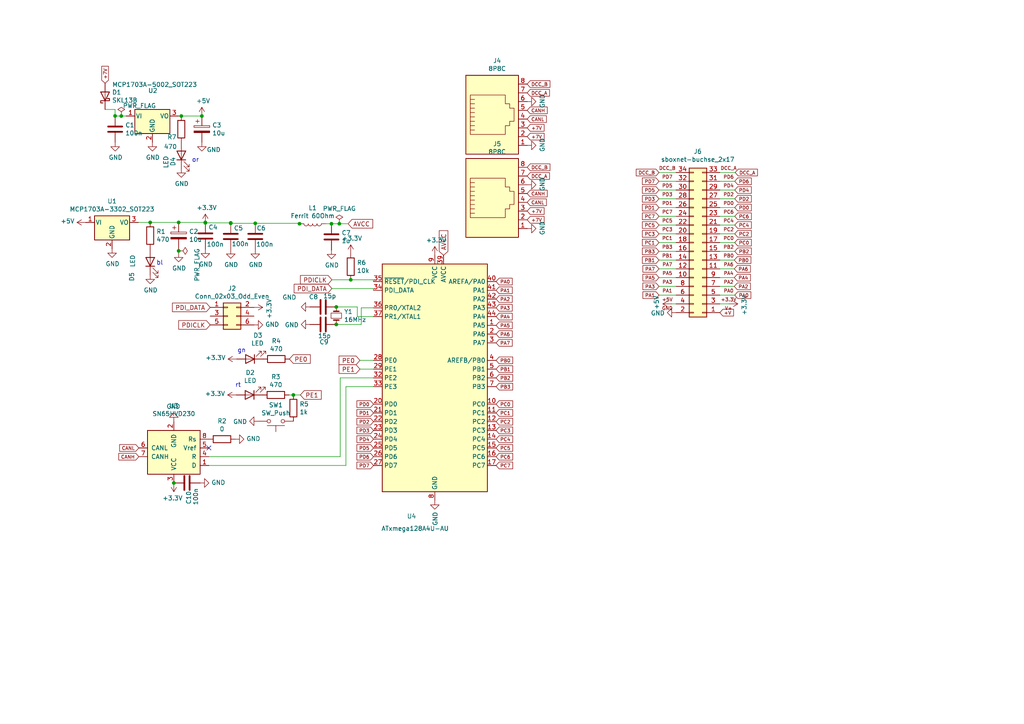
<source format=kicad_sch>
(kicad_sch (version 20211123) (generator eeschema)
  (paper "A4")
  (lib_symbols
    (symbol "Connector:8P8C" (pin_names (offset 1.016))
      (property "Reference" "J" (at -5.08 13.97 0))
      (property "Value" "8P8C" (at 2.54 13.97 0))
      (symbol "8P8C_1_1"
        (pin passive line (at 10.16 -7.62 180) (length 2.54) (name "~") (number "1"))
        (pin passive line (at 10.16 -5.08 180) (length 2.54) (name "~") (number "2"))
        (pin passive line (at 10.16 -2.54 180) (length 2.54) (name "~") (number "3"))
        (pin passive line (at 10.16 0 180) (length 2.54) (name "~") (number "4"))
        (pin passive line (at 10.16 2.54 180) (length 2.54) (name "~") (number "5"))
        (pin passive line (at 10.16 5.08 180) (length 2.54) (name "~") (number "6"))
        (pin passive line (at 10.16 7.62 180) (length 2.54) (name "~") (number "7"))
        (pin passive line (at 10.16 10.16 180) (length 2.54) (name "~") (number "8"))
      )
    )
    (symbol "Connector_Generic:Conn_02x03_Odd_Even" (pin_names (offset 1.016) hide)
      (property "Reference" "J" (at 1.27 5.08 0))
      (property "Value" "Conn_02x03_Odd_Even" (at 1.27 -5.08 0))
      (symbol "Conn_02x03_Odd_Even_1_1"
        (pin passive line (at -5.08 2.54 0) (length 3.81) (name "Pin_1") (number "1"))
        (pin passive line (at 7.62 2.54 180) (length 3.81) (name "Pin_2") (number "2"))
        (pin passive line (at -5.08 0 0) (length 3.81) (name "Pin_3") (number "3"))
        (pin passive line (at 7.62 0 180) (length 3.81) (name "Pin_4") (number "4"))
        (pin passive line (at -5.08 -2.54 0) (length 3.81) (name "Pin_5") (number "5"))
        (pin passive line (at 7.62 -2.54 180) (length 3.81) (name "Pin_6") (number "6"))
      )
    )
    (symbol "Device:C" (pin_numbers hide) (pin_names (offset 0.254))
      (property "Reference" "C" (at 0.635 2.54 0))
      (property "Value" "C" (at 0.635 -2.54 0))
      (symbol "C_1_1"
        (pin passive line (at 0 3.81 270) (length 2.794) (name "~") (number "1"))
        (pin passive line (at 0 -3.81 90) (length 2.794) (name "~") (number "2"))
      )
    )
    (symbol "Device:CP" (pin_numbers hide) (pin_names (offset 0.254))
      (property "Reference" "C" (at 0.635 2.54 0))
      (property "Value" "Device_CP" (at 0.635 -2.54 0))
      (symbol "CP_1_1"
        (pin passive line (at 0 3.81 270) (length 2.794) (name "~") (number "1"))
        (pin passive line (at 0 -3.81 90) (length 2.794) (name "~") (number "2"))
      )
    )
    (symbol "Device:Crystal_Small" (pin_numbers hide) (pin_names (offset 1.016) hide)
      (property "Reference" "Y" (at 0 2.54 0))
      (property "Value" "Crystal_Small" (at 0 -2.54 0))
      (symbol "Crystal_Small_1_1"
        (pin passive line (at -2.54 0 0) (length 1.27) (name "1") (number "1"))
        (pin passive line (at 2.54 0 180) (length 1.27) (name "2") (number "2"))
      )
    )
    (symbol "Device:D_Schottky" (pin_numbers hide) (pin_names (offset 1.016) hide)
      (property "Reference" "D" (at 0 2.54 0))
      (property "Value" "D_Schottky" (at 0 -2.54 0))
      (symbol "D_Schottky_1_1"
        (pin passive line (at -3.81 0 0) (length 2.54) (name "K") (number "1"))
        (pin passive line (at 3.81 0 180) (length 2.54) (name "A") (number "2"))
      )
    )
    (symbol "Device:L" (pin_numbers hide) (pin_names (offset 1.016) hide)
      (property "Reference" "L" (at -1.27 0 90))
      (property "Value" "L" (at 1.905 0 90))
      (symbol "L_1_1"
        (pin passive line (at 0 3.81 270) (length 1.27) (name "1") (number "1"))
        (pin passive line (at 0 -3.81 90) (length 1.27) (name "2") (number "2"))
      )
    )
    (symbol "Device:LED" (pin_numbers hide) (pin_names (offset 1.016) hide)
      (property "Reference" "D" (at 0 2.54 0))
      (property "Value" "LED" (at 0 -2.54 0))
      (symbol "LED_1_1"
        (pin passive line (at -3.81 0 0) (length 2.54) (name "K") (number "1"))
        (pin passive line (at 3.81 0 180) (length 2.54) (name "A") (number "2"))
      )
    )
    (symbol "Device:R" (pin_numbers hide) (pin_names (offset 0))
      (property "Reference" "R" (at 2.032 0 90))
      (property "Value" "R" (at 0 0 90))
      (symbol "R_1_1"
        (pin passive line (at 0 3.81 270) (length 1.27) (name "~") (number "1"))
        (pin passive line (at 0 -3.81 90) (length 1.27) (name "~") (number "2"))
      )
    )
    (symbol "Interface_CAN_LIN:SN65HVD230" (pin_names (offset 1.016))
      (property "Reference" "U" (at -2.54 10.16 0))
      (property "Value" "SN65HVD230" (at -2.54 7.62 0))
      (symbol "SN65HVD230_1_1"
        (pin input line (at -10.16 2.54 0) (length 2.54) (name "D") (number "1"))
        (pin power_in line (at 0 -10.16 90) (length 2.54) (name "GND") (number "2"))
        (pin power_in line (at 0 7.62 270) (length 2.54) (name "VCC") (number "3"))
        (pin output line (at -10.16 0 0) (length 2.54) (name "R") (number "4"))
        (pin output line (at -10.16 -2.54 0) (length 2.54) (name "Vref") (number "5"))
        (pin bidirectional line (at 10.16 -2.54 180) (length 2.54) (name "CANL") (number "6"))
        (pin bidirectional line (at 10.16 0 180) (length 2.54) (name "CANH") (number "7"))
        (pin input line (at -10.16 -5.08 0) (length 2.54) (name "Rs") (number "8"))
      )
    )
    (symbol "MCU_Microchip_ATmega:ATxmega128A4U-AU"
      (property "Reference" "U" (at -15.24 34.29 0))
      (property "Value" "MCU_Microchip_ATmega_ATxmega128A4U-AU" (at 2.54 -34.29 0))
      (symbol "ATxmega128A4U-AU_1_1"
        (pin bidirectional line (at 17.78 15.24 180) (length 2.54) (name "PA5") (number "1"))
        (pin bidirectional line (at 17.78 -7.62 180) (length 2.54) (name "PC0") (number "10"))
        (pin bidirectional line (at 17.78 -10.16 180) (length 2.54) (name "PC1") (number "11"))
        (pin bidirectional line (at 17.78 -12.7 180) (length 2.54) (name "PC2") (number "12"))
        (pin bidirectional line (at 17.78 -15.24 180) (length 2.54) (name "PC3") (number "13"))
        (pin bidirectional line (at 17.78 -17.78 180) (length 2.54) (name "PC4") (number "14"))
        (pin bidirectional line (at 17.78 -20.32 180) (length 2.54) (name "PC5") (number "15"))
        (pin bidirectional line (at 17.78 -22.86 180) (length 2.54) (name "PC6") (number "16"))
        (pin bidirectional line (at 17.78 -25.4 180) (length 2.54) (name "PC7") (number "17"))
        (pin passive line (at 0 -35.56 90) (length 2.54) hide (name "GND") (number "18"))
        (pin passive line (at 0 35.56 270) (length 2.54) hide (name "VCC") (number "19"))
        (pin bidirectional line (at 17.78 12.7 180) (length 2.54) (name "PA6") (number "2"))
        (pin bidirectional line (at -17.78 -7.62 0) (length 2.54) (name "PD0") (number "20"))
        (pin bidirectional line (at -17.78 -10.16 0) (length 2.54) (name "PD1") (number "21"))
        (pin bidirectional line (at -17.78 -12.7 0) (length 2.54) (name "PD2") (number "22"))
        (pin bidirectional line (at -17.78 -15.24 0) (length 2.54) (name "PD3") (number "23"))
        (pin bidirectional line (at -17.78 -17.78 0) (length 2.54) (name "PD4") (number "24"))
        (pin bidirectional line (at -17.78 -20.32 0) (length 2.54) (name "PD5") (number "25"))
        (pin bidirectional line (at -17.78 -22.86 0) (length 2.54) (name "PD6") (number "26"))
        (pin bidirectional line (at -17.78 -25.4 0) (length 2.54) (name "PD7") (number "27"))
        (pin bidirectional line (at -17.78 5.08 0) (length 2.54) (name "PE0") (number "28"))
        (pin bidirectional line (at -17.78 2.54 0) (length 2.54) (name "PE1") (number "29"))
        (pin bidirectional line (at 17.78 10.16 180) (length 2.54) (name "PA7") (number "3"))
        (pin passive line (at 0 -35.56 90) (length 2.54) hide (name "GND") (number "30"))
        (pin passive line (at 0 35.56 270) (length 2.54) hide (name "VCC") (number "31"))
        (pin bidirectional line (at -17.78 0 0) (length 2.54) (name "PE2") (number "32"))
        (pin bidirectional line (at -17.78 -2.54 0) (length 2.54) (name "PE3") (number "33"))
        (pin bidirectional line (at -17.78 25.4 0) (length 2.54) (name "PDI_DATA") (number "34"))
        (pin input line (at -17.78 27.94 0) (length 2.54) (name "~{RESET}/PDI_CLK") (number "35"))
        (pin bidirectional line (at -17.78 20.32 0) (length 2.54) (name "PR0/XTAL2") (number "36"))
        (pin bidirectional line (at -17.78 17.78 0) (length 2.54) (name "PR1/XTAL1") (number "37"))
        (pin passive line (at 0 -35.56 90) (length 2.54) hide (name "GND") (number "38"))
        (pin power_in line (at 2.54 35.56 270) (length 2.54) (name "AVCC") (number "39"))
        (pin bidirectional line (at 17.78 5.08 180) (length 2.54) (name "AREFB/PB0") (number "4"))
        (pin bidirectional line (at 17.78 27.94 180) (length 2.54) (name "AREFA/PA0") (number "40"))
        (pin bidirectional line (at 17.78 25.4 180) (length 2.54) (name "PA1") (number "41"))
        (pin bidirectional line (at 17.78 22.86 180) (length 2.54) (name "PA2") (number "42"))
        (pin bidirectional line (at 17.78 20.32 180) (length 2.54) (name "PA3") (number "43"))
        (pin bidirectional line (at 17.78 17.78 180) (length 2.54) (name "PA4") (number "44"))
        (pin bidirectional line (at 17.78 2.54 180) (length 2.54) (name "PB1") (number "5"))
        (pin bidirectional line (at 17.78 0 180) (length 2.54) (name "PB2") (number "6"))
        (pin bidirectional line (at 17.78 -2.54 180) (length 2.54) (name "PB3") (number "7"))
        (pin power_in line (at 0 -35.56 90) (length 2.54) (name "GND") (number "8"))
        (pin power_in line (at 0 35.56 270) (length 2.54) (name "VCC") (number "9"))
      )
    )
    (symbol "Regulator_Linear:MCP1703A-3302_SOT223" (pin_names (offset 0.254))
      (property "Reference" "U" (at -3.81 3.175 0))
      (property "Value" "MCP1703A-3302_SOT223" (at 0 3.175 0))
      (symbol "MCP1703A-3302_SOT223_1_1"
        (pin power_in line (at -7.62 0 0) (length 2.54) (name "VI") (number "1"))
        (pin power_in line (at 0 -7.62 90) (length 2.54) (name "GND") (number "2"))
        (pin power_out line (at 7.62 0 180) (length 2.54) (name "VO") (number "3"))
      )
    )
    (symbol "Regulator_Linear:MCP1703A-5002_SOT223" (pin_names (offset 0.254))
      (property "Reference" "U" (at -3.81 3.175 0))
      (property "Value" "MCP1703A-5002_SOT223" (at 0 3.175 0))
      (symbol "MCP1703A-5002_SOT223_1_1"
        (pin power_in line (at -7.62 0 0) (length 2.54) (name "VI") (number "1"))
        (pin power_in line (at 0 -7.62 90) (length 2.54) (name "GND") (number "2"))
        (pin power_out line (at 7.62 0 180) (length 2.54) (name "VO") (number "3"))
      )
    )
    (symbol "Switch:SW_Push" (pin_numbers hide) (pin_names (offset 1.016) hide)
      (property "Reference" "SW" (at 1.27 2.54 0))
      (property "Value" "SW_Push" (at 0 -1.524 0))
      (symbol "SW_Push_0_1"
        (pin passive line (at -5.08 0 0) (length 2.54) (name "1") (number "1"))
        (pin passive line (at 5.08 0 180) (length 2.54) (name "2") (number "2"))
      )
    )
    (symbol "power:+3.3V" (power) (pin_names (offset 0))
      (property "Value" "+3.3V" (at 0 3.556 0))
      (symbol "+3.3V_1_1"
        (pin power_in line (at 0 0 90) (length 0) hide (name "+3.3V") (number "1"))
      )
    )
    (symbol "power:+5V" (power) (pin_names (offset 0))
      (property "Value" "+5V" (at 0 3.556 0))
      (symbol "+5V_1_1"
        (pin power_in line (at 0 0 90) (length 0) hide (name "+5V") (number "1"))
      )
    )
    (symbol "power:GND" (power) (pin_names (offset 0))
      (property "Value" "GND" (at 0 -3.81 0))
      (symbol "GND_1_1"
        (pin power_in line (at 0 0 270) (length 0) hide (name "GND") (number "1"))
      )
    )
    (symbol "power:PWR_FLAG" (power) (pin_numbers hide) (pin_names (offset 0) hide)
      (property "Value" "PWR_FLAG" (at 0 3.81 0))
      (symbol "PWR_FLAG_0_0"
        (pin power_out line (at 0 0 90) (length 0) (name "pwr") (number "1"))
      )
    )
    (symbol "sboxnet:sboxnet-buchse_02x17" (pin_names (offset 1.016) hide)
      (property "Reference" "J" (at -1.27 -25.4 0))
      (property "Value" "sboxnet-buchse_02x17" (at 0 21.59 0))
      (symbol "sboxnet-buchse_02x17_0_0"
        (text "+3.3V" (at 7.62 -19.05 0) (effects (font (size 0.9906 0.9906))))
        (text "+5V" (at -10.16 -19.05 0) (effects (font (size 0.9906 0.9906))))
        (text "DCC_A" (at 7.62 19.05 0) (effects (font (size 0.9906 0.9906))))
        (text "DCC_B" (at -10.16 19.05 0) (effects (font (size 0.9906 0.9906))))
        (text "GND" (at -10.16 -21.59 0) (effects (font (size 0.9906 0.9906))))
        (text "PA0" (at 7.62 -16.51 0) (effects (font (size 0.9906 0.9906))))
        (text "PA1" (at -10.16 -16.51 0) (effects (font (size 0.9906 0.9906))))
        (text "PA2" (at 7.62 -13.97 0) (effects (font (size 0.9906 0.9906))))
        (text "PA3" (at -10.16 -13.97 0) (effects (font (size 0.9906 0.9906))))
        (text "PA4" (at 7.62 -11.43 0) (effects (font (size 0.9906 0.9906))))
        (text "PA5" (at -10.16 -11.43 0) (effects (font (size 0.9906 0.9906))))
        (text "PA6" (at 7.62 -8.89 0) (effects (font (size 0.9906 0.9906))))
        (text "PA7" (at -10.16 -8.89 0) (effects (font (size 0.9906 0.9906))))
        (text "PB0" (at 7.62 -6.35 0) (effects (font (size 0.9906 0.9906))))
        (text "PB1" (at -10.16 -6.35 0) (effects (font (size 0.9906 0.9906))))
        (text "PB2" (at 7.62 -3.81 0) (effects (font (size 0.9906 0.9906))))
        (text "PB3" (at -10.16 -3.81 0) (effects (font (size 0.9906 0.9906))))
        (text "PC0" (at 7.62 -1.27 0) (effects (font (size 0.9906 0.9906))))
        (text "PC1" (at -10.16 -1.27 0) (effects (font (size 0.9906 0.9906))))
        (text "PC2" (at 7.62 1.27 0) (effects (font (size 0.9906 0.9906))))
        (text "PC3" (at -10.16 1.27 0) (effects (font (size 0.9906 0.9906))))
        (text "PC4" (at 7.62 3.81 0) (effects (font (size 0.9906 0.9906))))
        (text "PC5" (at -10.16 3.81 0) (effects (font (size 0.9906 0.9906))))
        (text "PC6" (at 7.62 6.35 0) (effects (font (size 0.9906 0.9906))))
        (text "PC7" (at -10.16 6.35 0) (effects (font (size 0.9906 0.9906))))
        (text "PD0" (at 7.62 8.89 0) (effects (font (size 0.9906 0.9906))))
        (text "PD1" (at -10.16 8.89 0) (effects (font (size 0.9906 0.9906))))
        (text "PD2" (at 7.62 11.43 0) (effects (font (size 0.9906 0.9906))))
        (text "PD3" (at -10.16 11.43 0) (effects (font (size 0.9906 0.9906))))
        (text "PD4" (at 7.62 13.97 0) (effects (font (size 0.9906 0.9906))))
        (text "PD5" (at -10.16 13.97 0) (effects (font (size 0.9906 0.9906))))
        (text "PD6" (at 7.62 16.51 0) (effects (font (size 0.9906 0.9906))))
        (text "PD7" (at -10.16 16.51 0) (effects (font (size 0.9906 0.9906))))
        (text "V+" (at 7.62 -21.59 0) (effects (font (size 0.9906 0.9906))))
      )
      (symbol "sboxnet-buchse_02x17_1_1"
        (pin passive line (at 5.08 -22.86 180) (length 3.81) (name "Pin_1") (number "1"))
        (pin passive line (at -7.62 -12.7 0) (length 3.81) (name "Pin_10") (number "10"))
        (pin passive line (at 5.08 -10.16 180) (length 3.81) (name "Pin_11") (number "11"))
        (pin passive line (at -7.62 -10.16 0) (length 3.81) (name "Pin_12") (number "12"))
        (pin passive line (at 5.08 -7.62 180) (length 3.81) (name "Pin_13") (number "13"))
        (pin passive line (at -7.62 -7.62 0) (length 3.81) (name "Pin_14") (number "14"))
        (pin passive line (at 5.08 -5.08 180) (length 3.81) (name "Pin_15") (number "15"))
        (pin passive line (at -7.62 -5.08 0) (length 3.81) (name "Pin_16") (number "16"))
        (pin passive line (at 5.08 -2.54 180) (length 3.81) (name "Pin_17") (number "17"))
        (pin passive line (at -7.62 -2.54 0) (length 3.81) (name "Pin_18") (number "18"))
        (pin passive line (at 5.08 0 180) (length 3.81) (name "Pin_19") (number "19"))
        (pin passive line (at -7.62 -22.86 0) (length 3.81) (name "Pin_2") (number "2"))
        (pin passive line (at -7.62 0 0) (length 3.81) (name "Pin_20") (number "20"))
        (pin passive line (at 5.08 2.54 180) (length 3.81) (name "Pin_21") (number "21"))
        (pin passive line (at -7.62 2.54 0) (length 3.81) (name "Pin_22") (number "22"))
        (pin passive line (at 5.08 5.08 180) (length 3.81) (name "Pin_23") (number "23"))
        (pin passive line (at -7.62 5.08 0) (length 3.81) (name "Pin_24") (number "24"))
        (pin passive line (at 5.08 7.62 180) (length 3.81) (name "Pin_25") (number "25"))
        (pin passive line (at -7.62 7.62 0) (length 3.81) (name "Pin_26") (number "26"))
        (pin passive line (at 5.08 10.16 180) (length 3.81) (name "Pin_27") (number "27"))
        (pin passive line (at -7.62 10.16 0) (length 3.81) (name "Pin_28") (number "28"))
        (pin passive line (at 5.08 12.7 180) (length 3.81) (name "Pin_29") (number "29"))
        (pin passive line (at 5.08 -20.32 180) (length 3.81) (name "Pin_3") (number "3"))
        (pin passive line (at -7.62 12.7 0) (length 3.81) (name "Pin_30") (number "30"))
        (pin passive line (at 5.08 15.24 180) (length 3.81) (name "Pin_31") (number "31"))
        (pin passive line (at -7.62 15.24 0) (length 3.81) (name "Pin_32") (number "32"))
        (pin passive line (at 5.08 17.78 180) (length 3.81) (name "Pin_33") (number "33"))
        (pin passive line (at -7.62 17.78 0) (length 3.81) (name "Pin_34") (number "34"))
        (pin passive line (at -7.62 -20.32 0) (length 3.81) (name "Pin_4") (number "4"))
        (pin passive line (at 5.08 -17.78 180) (length 3.81) (name "Pin_5") (number "5"))
        (pin passive line (at -7.62 -17.78 0) (length 3.81) (name "Pin_6") (number "6"))
        (pin passive line (at 5.08 -15.24 180) (length 3.81) (name "Pin_7") (number "7"))
        (pin passive line (at -7.62 -15.24 0) (length 3.81) (name "Pin_8") (number "8"))
        (pin passive line (at 5.08 -12.7 180) (length 3.81) (name "Pin_9") (number "9"))
      )
    )
  )
  (junction (at 58.547 33.655))
  (junction (at 52.578 33.655))
  (junction (at 51.816 64.516))
  (junction (at 66.929 64.77))
  (junction (at 96.139 64.897))
  (junction (at 97.536 89.027))
  (junction (at 51.816 72.771))
  (junction (at 59.563 64.643))
  (junction (at 74.041 64.77))
  (junction (at 101.727 81.153))
  (junction (at 97.536 94.107))
  (junction (at 35.179 33.655))
  (junction (at 59.563 64.516))
  (junction (at 50.419 140.081))
  (junction (at 86.868 64.897))
  (junction (at 85.09 114.554))
  (junction (at 98.425 64.897))
  (junction (at 33.3756 33.6296))
  (junction (at 43.561 64.516))
  (junction (at 66.929 64.643))
  (no_connect (at 60.579 129.921))
  (wire (pts (xy 43.561 64.516) (xy 40.132 64.516)))
  (wire (pts (xy 208.788 52.578) (xy 213.106 52.578)))
  (wire (pts (xy 97.536 89.027) (xy 103.632 89.027)))
  (wire (pts (xy 208.788 85.598) (xy 213.106 85.598)))
  (wire (pts (xy 208.788 70.358) (xy 213.106 70.358)))
  (wire (pts (xy 108.331 83.693) (xy 108.331 84.201)))
  (wire (pts (xy 191.135 62.738) (xy 196.088 62.738)))
  (wire (pts (xy 191.135 85.598) (xy 196.088 85.598)))
  (wire (pts (xy 59.563 64.643) (xy 66.929 64.643)))
  (wire (pts (xy 66.929 64.643) (xy 66.929 64.77)))
  (wire (pts (xy 35.179 33.655) (xy 36.576 33.655)))
  (wire (pts (xy 33.3756 31.75) (xy 33.3756 33.6296)))
  (wire (pts (xy 191.135 57.658) (xy 196.088 57.658)))
  (wire (pts (xy 191.135 67.818) (xy 196.088 67.818)))
  (wire (pts (xy 208.788 77.978) (xy 212.979 77.978)))
  (wire (pts (xy 191.135 52.578) (xy 196.088 52.578)))
  (wire (pts (xy 51.816 72.136) (xy 51.816 72.771)))
  (wire (pts (xy 103.632 91.821) (xy 108.331 91.821)))
  (wire (pts (xy 30.48 31.75) (xy 33.3756 31.75)))
  (wire (pts (xy 98.425 64.897) (xy 100.965 64.897)))
  (wire (pts (xy 191.135 72.898) (xy 196.088 72.898)))
  (wire (pts (xy 51.816 64.516) (xy 59.563 64.516)))
  (wire (pts (xy 108.331 81.153) (xy 108.331 81.661)))
  (wire (pts (xy 191.135 70.358) (xy 196.088 70.358)))
  (wire (pts (xy 208.788 57.658) (xy 213.106 57.658)))
  (wire (pts (xy 208.788 67.818) (xy 213.106 67.818)))
  (wire (pts (xy 191.135 77.978) (xy 196.088 77.978)))
  (wire (pts (xy 208.788 88.138) (xy 211.455 88.138)))
  (wire (pts (xy 191.135 50.038) (xy 196.088 50.038)))
  (wire (pts (xy 208.788 83.058) (xy 212.979 83.058)))
  (wire (pts (xy 43.561 64.516) (xy 51.816 64.516)))
  (wire (pts (xy 208.788 65.278) (xy 213.106 65.278)))
  (wire (pts (xy 96.266 81.153) (xy 101.727 81.153)))
  (wire (pts (xy 60.579 135.001) (xy 100.33 135.001)))
  (wire (pts (xy 52.578 33.655) (xy 58.547 33.655)))
  (wire (pts (xy 97.536 94.107) (xy 104.775 94.107)))
  (wire (pts (xy 208.788 80.518) (xy 212.979 80.518)))
  (wire (pts (xy 191.135 60.198) (xy 196.088 60.198)))
  (wire (pts (xy 83.82 114.554) (xy 85.09 114.554)))
  (wire (pts (xy 51.816 33.655) (xy 52.578 33.655)))
  (wire (pts (xy 104.394 107.061) (xy 108.331 107.061)))
  (wire (pts (xy 100.33 135.001) (xy 100.33 112.141)))
  (wire (pts (xy 191.135 83.058) (xy 196.088 83.058)))
  (wire (pts (xy 60.579 132.461) (xy 98.679 132.461)))
  (wire (pts (xy 208.788 60.198) (xy 213.106 60.198)))
  (wire (pts (xy 59.563 64.516) (xy 59.563 64.643)))
  (wire (pts (xy 208.788 72.898) (xy 213.106 72.898)))
  (wire (pts (xy 74.041 64.77) (xy 86.868 64.77)))
  (wire (pts (xy 104.775 89.281) (xy 108.331 89.281)))
  (wire (pts (xy 191.135 80.518) (xy 196.088 80.518)))
  (wire (pts (xy 103.632 89.027) (xy 103.632 91.821)))
  (wire (pts (xy 191.135 55.118) (xy 196.088 55.118)))
  (wire (pts (xy 86.868 64.77) (xy 86.868 64.897)))
  (wire (pts (xy 191.135 75.438) (xy 196.088 75.438)))
  (wire (pts (xy 208.788 55.118) (xy 213.106 55.118)))
  (wire (pts (xy 100.33 112.141) (xy 108.331 112.141)))
  (wire (pts (xy 66.929 64.77) (xy 74.041 64.77)))
  (wire (pts (xy 101.727 81.153) (xy 108.331 81.153)))
  (wire (pts (xy 33.401 33.655) (xy 35.179 33.655)))
  (wire (pts (xy 96.266 83.693) (xy 108.331 83.693)))
  (wire (pts (xy 85.09 114.554) (xy 87.122 114.554)))
  (wire (pts (xy 51.816 72.771) (xy 51.816 73.406)))
  (wire (pts (xy 96.139 64.897) (xy 98.425 64.897)))
  (wire (pts (xy 194.818 88.138) (xy 196.088 88.138)))
  (wire (pts (xy 191.135 65.278) (xy 196.088 65.278)))
  (wire (pts (xy 94.488 64.897) (xy 96.139 64.897)))
  (wire (pts (xy 104.394 104.521) (xy 108.331 104.521)))
  (wire (pts (xy 98.679 132.461) (xy 98.679 109.601)))
  (wire (pts (xy 104.775 94.107) (xy 104.775 89.281)))
  (wire (pts (xy 208.788 50.038) (xy 213.233 50.038)))
  (wire (pts (xy 98.679 109.601) (xy 108.331 109.601)))
  (wire (pts (xy 208.788 75.438) (xy 212.979 75.438)))
  (wire (pts (xy 208.788 62.738) (xy 213.106 62.738)))
  (text "gn" (at 68.834 102.489 0) (effects (font (size 1.27 1.27)) (justify left bottom)))
  (text "rt" (at 68.199 112.522 0) (effects (font (size 1.27 1.27)) (justify left bottom)))
  (text "or" (at 55.626 47.244 0) (effects (font (size 1.27 1.27)) (justify left bottom)))
  (text "bl" (at 45.339 77.089 0) (effects (font (size 1.27 1.27)) (justify left bottom)))
  (global_label "PD3" (shape input) (at 108.331 124.841 180) (effects (font (size 0.9906 0.9906))) (property "Referenzen zwischen Schaltplänen" "${INTERSHEET_REFS}" (effects hide)))
  (global_label "DCC_B" (shape input) (at 191.135 50.038 180) (effects (font (size 0.9906 0.9906))) (property "Referenzen zwischen Schaltplänen" "${INTERSHEET_REFS}" (effects hide)))
  (global_label "PB0" (shape input) (at 212.979 75.438 0) (effects (font (size 0.9906 0.9906))) (property "Referenzen zwischen Schaltplänen" "${INTERSHEET_REFS}" (effects hide)))
  (global_label "PC7" (shape input) (at 143.891 135.001 0) (effects (font (size 0.9906 0.9906))) (property "Referenzen zwischen Schaltplänen" "${INTERSHEET_REFS}" (effects hide)))
  (global_label "CANL" (shape input) (at 40.259 129.921 180) (effects (font (size 0.9906 0.9906))) (property "Referenzen zwischen Schaltplänen" "${INTERSHEET_REFS}" (effects hide)))
  (global_label "PA6" (shape input) (at 212.979 77.978 0) (effects (font (size 0.9906 0.9906))) (property "Referenzen zwischen Schaltplänen" "${INTERSHEET_REFS}" (effects hide)))
  (global_label "PD2" (shape input) (at 213.106 57.658 0) (effects (font (size 0.9906 0.9906))) (property "Referenzen zwischen Schaltplänen" "${INTERSHEET_REFS}" (effects hide)))
  (global_label "PA6" (shape input) (at 143.891 96.901 0) (effects (font (size 0.9906 0.9906))) (property "Referenzen zwischen Schaltplänen" "${INTERSHEET_REFS}" (effects hide)))
  (global_label "PD6" (shape input) (at 108.331 132.461 180) (effects (font (size 0.9906 0.9906))) (property "Referenzen zwischen Schaltplänen" "${INTERSHEET_REFS}" (effects hide)))
  (global_label "AVCC" (shape input) (at 128.651 74.041 90) (property "Referenzen zwischen Schaltplänen" "${INTERSHEET_REFS}" (effects hide)))
  (global_label "PD1" (shape input) (at 191.135 60.198 180) (effects (font (size 0.9906 0.9906))) (property "Referenzen zwischen Schaltplänen" "${INTERSHEET_REFS}" (effects hide)))
  (global_label "PD0" (shape input) (at 108.331 117.221 180) (effects (font (size 0.9906 0.9906))) (property "Referenzen zwischen Schaltplänen" "${INTERSHEET_REFS}" (effects hide)))
  (global_label "DCC_A" (shape input) (at 213.233 50.038 0) (effects (font (size 0.9906 0.9906))) (property "Referenzen zwischen Schaltplänen" "${INTERSHEET_REFS}" (effects hide)))
  (global_label "PD3" (shape input) (at 191.135 57.658 180) (effects (font (size 0.9906 0.9906))) (property "Referenzen zwischen Schaltplänen" "${INTERSHEET_REFS}" (effects hide)))
  (global_label "PA7" (shape input) (at 191.135 77.978 180) (effects (font (size 0.9906 0.9906))) (property "Referenzen zwischen Schaltplänen" "${INTERSHEET_REFS}" (effects hide)))
  (global_label "PC0" (shape input) (at 213.106 70.358 0) (effects (font (size 0.9906 0.9906))) (property "Referenzen zwischen Schaltplänen" "${INTERSHEET_REFS}" (effects hide)))
  (global_label "PD5" (shape input) (at 108.331 129.921 180) (effects (font (size 0.9906 0.9906))) (property "Referenzen zwischen Schaltplänen" "${INTERSHEET_REFS}" (effects hide)))
  (global_label "PC5" (shape input) (at 191.135 65.278 180) (effects (font (size 0.9906 0.9906))) (property "Referenzen zwischen Schaltplänen" "${INTERSHEET_REFS}" (effects hide)))
  (global_label "PB3" (shape input) (at 191.135 72.898 180) (effects (font (size 0.9906 0.9906))) (property "Referenzen zwischen Schaltplänen" "${INTERSHEET_REFS}" (effects hide)))
  (global_label "+7V" (shape input) (at 152.908 63.754 0) (effects (font (size 0.9906 0.9906))) (property "Referenzen zwischen Schaltplänen" "${INTERSHEET_REFS}" (effects hide)))
  (global_label "PC4" (shape input) (at 143.891 127.381 0) (effects (font (size 0.9906 0.9906))) (property "Referenzen zwischen Schaltplänen" "${INTERSHEET_REFS}" (effects hide)))
  (global_label "PA2" (shape input) (at 143.891 86.741 0) (effects (font (size 0.9906 0.9906))) (property "Referenzen zwischen Schaltplänen" "${INTERSHEET_REFS}" (effects hide)))
  (global_label "PDICLK" (shape input) (at 96.266 81.153 180) (property "Referenzen zwischen Schaltplänen" "${INTERSHEET_REFS}" (effects hide)))
  (global_label "PA0" (shape input) (at 143.891 81.661 0) (effects (font (size 0.9906 0.9906))) (property "Referenzen zwischen Schaltplänen" "${INTERSHEET_REFS}" (effects hide)))
  (global_label "PD5" (shape input) (at 191.135 55.118 180) (effects (font (size 0.9906 0.9906))) (property "Referenzen zwischen Schaltplänen" "${INTERSHEET_REFS}" (effects hide)))
  (global_label "+7V" (shape input) (at 30.48 24.13 90) (effects (font (size 0.9906 0.9906))) (property "Referenzen zwischen Schaltplänen" "${INTERSHEET_REFS}" (effects hide)))
  (global_label "PD4" (shape input) (at 108.331 127.381 180) (effects (font (size 0.9906 0.9906))) (property "Referenzen zwischen Schaltplänen" "${INTERSHEET_REFS}" (effects hide)))
  (global_label "PC5" (shape input) (at 143.891 129.921 0) (effects (font (size 0.9906 0.9906))) (property "Referenzen zwischen Schaltplänen" "${INTERSHEET_REFS}" (effects hide)))
  (global_label "PD7" (shape input) (at 108.331 135.001 180) (effects (font (size 0.9906 0.9906))) (property "Referenzen zwischen Schaltplänen" "${INTERSHEET_REFS}" (effects hide)))
  (global_label "+7V" (shape input) (at 152.908 61.214 0) (effects (font (size 0.9906 0.9906))) (property "Referenzen zwischen Schaltplänen" "${INTERSHEET_REFS}" (effects hide)))
  (global_label "PDICLK" (shape input) (at 60.96 94.234 180) (property "Referenzen zwischen Schaltplänen" "${INTERSHEET_REFS}" (effects hide)))
  (global_label "PA4" (shape input) (at 143.891 91.821 0) (effects (font (size 0.9906 0.9906))) (property "Referenzen zwischen Schaltplänen" "${INTERSHEET_REFS}" (effects hide)))
  (global_label "PA2" (shape input) (at 212.979 83.058 0) (effects (font (size 0.9906 0.9906))) (property "Referenzen zwischen Schaltplänen" "${INTERSHEET_REFS}" (effects hide)))
  (global_label "+7V" (shape input) (at 152.908 39.624 0) (effects (font (size 0.9906 0.9906))) (property "Referenzen zwischen Schaltplänen" "${INTERSHEET_REFS}" (effects hide)))
  (global_label "PA3" (shape input) (at 191.135 83.058 180) (effects (font (size 0.9906 0.9906))) (property "Referenzen zwischen Schaltplänen" "${INTERSHEET_REFS}" (effects hide)))
  (global_label "PC0" (shape input) (at 143.891 117.221 0) (effects (font (size 0.9906 0.9906))) (property "Referenzen zwischen Schaltplänen" "${INTERSHEET_REFS}" (effects hide)))
  (global_label "CANH" (shape input) (at 40.259 132.461 180) (effects (font (size 0.9906 0.9906))) (property "Referenzen zwischen Schaltplänen" "${INTERSHEET_REFS}" (effects hide)))
  (global_label "PE0" (shape input) (at 83.947 104.14 0) (property "Referenzen zwischen Schaltplänen" "${INTERSHEET_REFS}" (effects hide)))
  (global_label "PDI_DATA" (shape input) (at 96.266 83.693 180) (property "Referenzen zwischen Schaltplänen" "${INTERSHEET_REFS}" (effects hide)))
  (global_label "PD7" (shape input) (at 191.135 52.578 180) (effects (font (size 0.9906 0.9906))) (property "Referenzen zwischen Schaltplänen" "${INTERSHEET_REFS}" (effects hide)))
  (global_label "PC2" (shape input) (at 213.106 67.818 0) (effects (font (size 0.9906 0.9906))) (property "Referenzen zwischen Schaltplänen" "${INTERSHEET_REFS}" (effects hide)))
  (global_label "PE1" (shape input) (at 87.122 114.554 0) (property "Referenzen zwischen Schaltplänen" "${INTERSHEET_REFS}" (effects hide)))
  (global_label "PA5" (shape input) (at 191.135 80.518 180) (effects (font (size 0.9906 0.9906))) (property "Referenzen zwischen Schaltplänen" "${INTERSHEET_REFS}" (effects hide)))
  (global_label "PE0" (shape input) (at 104.394 104.521 180) (property "Referenzen zwischen Schaltplänen" "${INTERSHEET_REFS}" (effects hide)))
  (global_label "PC4" (shape input) (at 213.106 65.278 0) (effects (font (size 0.9906 0.9906))) (property "Referenzen zwischen Schaltplänen" "${INTERSHEET_REFS}" (effects hide)))
  (global_label "PC3" (shape input) (at 191.135 67.818 180) (effects (font (size 0.9906 0.9906))) (property "Referenzen zwischen Schaltplänen" "${INTERSHEET_REFS}" (effects hide)))
  (global_label "PD4" (shape input) (at 213.106 55.118 0) (effects (font (size 0.9906 0.9906))) (property "Referenzen zwischen Schaltplänen" "${INTERSHEET_REFS}" (effects hide)))
  (global_label "PB1" (shape input) (at 191.135 75.438 180) (effects (font (size 0.9906 0.9906))) (property "Referenzen zwischen Schaltplänen" "${INTERSHEET_REFS}" (effects hide)))
  (global_label "PC3" (shape input) (at 143.891 124.841 0) (effects (font (size 0.9906 0.9906))) (property "Referenzen zwischen Schaltplänen" "${INTERSHEET_REFS}" (effects hide)))
  (global_label "PD6" (shape input) (at 213.106 52.578 0) (effects (font (size 0.9906 0.9906))) (property "Referenzen zwischen Schaltplänen" "${INTERSHEET_REFS}" (effects hide)))
  (global_label "PC6" (shape input) (at 143.891 132.461 0) (effects (font (size 0.9906 0.9906))) (property "Referenzen zwischen Schaltplänen" "${INTERSHEET_REFS}" (effects hide)))
  (global_label "PC1" (shape input) (at 191.135 70.358 180) (effects (font (size 0.9906 0.9906))) (property "Referenzen zwischen Schaltplänen" "${INTERSHEET_REFS}" (effects hide)))
  (global_label "PA0" (shape input) (at 213.106 85.598 0) (effects (font (size 0.9906 0.9906))) (property "Referenzen zwischen Schaltplänen" "${INTERSHEET_REFS}" (effects hide)))
  (global_label "PB3" (shape input) (at 143.891 112.141 0) (effects (font (size 0.9906 0.9906))) (property "Referenzen zwischen Schaltplänen" "${INTERSHEET_REFS}" (effects hide)))
  (global_label "DCC_B" (shape input) (at 152.908 48.514 0) (effects (font (size 0.9906 0.9906))) (property "Referenzen zwischen Schaltplänen" "${INTERSHEET_REFS}" (effects hide)))
  (global_label "PA3" (shape input) (at 143.891 89.281 0) (effects (font (size 0.9906 0.9906))) (property "Referenzen zwischen Schaltplänen" "${INTERSHEET_REFS}" (effects hide)))
  (global_label "PC1" (shape input) (at 143.891 119.761 0) (effects (font (size 0.9906 0.9906))) (property "Referenzen zwischen Schaltplänen" "${INTERSHEET_REFS}" (effects hide)))
  (global_label "PA1" (shape input) (at 191.135 85.598 180) (effects (font (size 0.9906 0.9906))) (property "Referenzen zwischen Schaltplänen" "${INTERSHEET_REFS}" (effects hide)))
  (global_label "PD1" (shape input) (at 108.331 119.761 180) (effects (font (size 0.9906 0.9906))) (property "Referenzen zwischen Schaltplänen" "${INTERSHEET_REFS}" (effects hide)))
  (global_label "PB2" (shape input) (at 143.891 109.601 0) (effects (font (size 0.9906 0.9906))) (property "Referenzen zwischen Schaltplänen" "${INTERSHEET_REFS}" (effects hide)))
  (global_label "PD0" (shape input) (at 213.106 60.198 0) (effects (font (size 0.9906 0.9906))) (property "Referenzen zwischen Schaltplänen" "${INTERSHEET_REFS}" (effects hide)))
  (global_label "+V" (shape input) (at 208.788 90.678 0) (effects (font (size 0.9906 0.9906))) (property "Referenzen zwischen Schaltplänen" "${INTERSHEET_REFS}" (effects hide)))
  (global_label "CANH" (shape input) (at 152.908 56.134 0) (effects (font (size 0.9906 0.9906))) (property "Referenzen zwischen Schaltplänen" "${INTERSHEET_REFS}" (effects hide)))
  (global_label "PD2" (shape input) (at 108.331 122.301 180) (effects (font (size 0.9906 0.9906))) (property "Referenzen zwischen Schaltplänen" "${INTERSHEET_REFS}" (effects hide)))
  (global_label "PC7" (shape input) (at 191.135 62.738 180) (effects (font (size 0.9906 0.9906))) (property "Referenzen zwischen Schaltplänen" "${INTERSHEET_REFS}" (effects hide)))
  (global_label "PC6" (shape input) (at 213.106 62.738 0) (effects (font (size 0.9906 0.9906))) (property "Referenzen zwischen Schaltplänen" "${INTERSHEET_REFS}" (effects hide)))
  (global_label "PA4" (shape input) (at 212.979 80.518 0) (effects (font (size 0.9906 0.9906))) (property "Referenzen zwischen Schaltplänen" "${INTERSHEET_REFS}" (effects hide)))
  (global_label "CANL" (shape input) (at 152.908 58.674 0) (effects (font (size 0.9906 0.9906))) (property "Referenzen zwischen Schaltplänen" "${INTERSHEET_REFS}" (effects hide)))
  (global_label "CANH" (shape input) (at 152.908 32.004 0) (effects (font (size 0.9906 0.9906))) (property "Referenzen zwischen Schaltplänen" "${INTERSHEET_REFS}" (effects hide)))
  (global_label "PA5" (shape input) (at 143.891 94.361 0) (effects (font (size 0.9906 0.9906))) (property "Referenzen zwischen Schaltplänen" "${INTERSHEET_REFS}" (effects hide)))
  (global_label "PB2" (shape input) (at 213.106 72.898 0) (effects (font (size 0.9906 0.9906))) (property "Referenzen zwischen Schaltplänen" "${INTERSHEET_REFS}" (effects hide)))
  (global_label "DCC_A" (shape input) (at 152.908 26.924 0) (effects (font (size 0.9906 0.9906))) (property "Referenzen zwischen Schaltplänen" "${INTERSHEET_REFS}" (effects hide)))
  (global_label "PA7" (shape input) (at 143.891 99.441 0) (effects (font (size 0.9906 0.9906))) (property "Referenzen zwischen Schaltplänen" "${INTERSHEET_REFS}" (effects hide)))
  (global_label "DCC_B" (shape input) (at 152.908 24.384 0) (effects (font (size 0.9906 0.9906))) (property "Referenzen zwischen Schaltplänen" "${INTERSHEET_REFS}" (effects hide)))
  (global_label "PB1" (shape input) (at 143.891 107.061 0) (effects (font (size 0.9906 0.9906))) (property "Referenzen zwischen Schaltplänen" "${INTERSHEET_REFS}" (effects hide)))
  (global_label "+7V" (shape input) (at 152.908 37.084 0) (effects (font (size 0.9906 0.9906))) (property "Referenzen zwischen Schaltplänen" "${INTERSHEET_REFS}" (effects hide)))
  (global_label "AVCC" (shape input) (at 100.965 64.897 0) (property "Referenzen zwischen Schaltplänen" "${INTERSHEET_REFS}" (effects hide)))
  (global_label "PC2" (shape input) (at 143.891 122.301 0) (effects (font (size 0.9906 0.9906))) (property "Referenzen zwischen Schaltplänen" "${INTERSHEET_REFS}" (effects hide)))
  (global_label "PE1" (shape input) (at 104.394 107.061 180) (property "Referenzen zwischen Schaltplänen" "${INTERSHEET_REFS}" (effects hide)))
  (global_label "PDI_DATA" (shape input) (at 60.96 89.154 180) (property "Referenzen zwischen Schaltplänen" "${INTERSHEET_REFS}" (effects hide)))
  (global_label "PA1" (shape input) (at 143.891 84.201 0) (effects (font (size 0.9906 0.9906))) (property "Referenzen zwischen Schaltplänen" "${INTERSHEET_REFS}" (effects hide)))
  (global_label "CANL" (shape input) (at 152.908 34.544 0) (effects (font (size 0.9906 0.9906))) (property "Referenzen zwischen Schaltplänen" "${INTERSHEET_REFS}" (effects hide)))
  (global_label "PB0" (shape input) (at 143.891 104.521 0) (effects (font (size 0.9906 0.9906))) (property "Referenzen zwischen Schaltplänen" "${INTERSHEET_REFS}" (effects hide)))
  (global_label "DCC_A" (shape input) (at 152.908 51.054 0) (effects (font (size 0.9906 0.9906))) (property "Referenzen zwischen Schaltplänen" "${INTERSHEET_REFS}" (effects hide)))
  (symbol (lib_id "Device:R") (at 101.727 77.343 0) (unit 1)
    (property "Reference" "R6" (at 103.505 76.1746 0) (effects (justify left)))
    (property "Value" "10k" (at 103.505 78.486 0) (effects (justify left)))
    (property "Footprint" "Resistor_SMD:R_1206_3216Metric_Pad1.30x1.75mm_HandSolder" (effects hide))
  )
  (symbol (lib_id "power:+3.3V") (at 101.727 73.533 0) (unit 1)
    (property "Reference" "#PWR025" (effects hide))
    (property "Value" "+3.3V" (at 102.108 69.1388 0))
  )
  (symbol (lib_id "Device:Crystal_Small") (at 97.536 91.567 270) (unit 1)
    (property "Reference" "Y1" (at 99.7712 90.3986 90) (effects (justify left)))
    (property "Value" "16MHz" (at 99.7712 92.71 90) (effects (justify left)))
    (property "Footprint" "Crystal:Crystal_HC49-U_Vertical" (effects hide))
  )
  (symbol (lib_id "Device:C") (at 93.726 89.027 270) (unit 1)
    (property "Reference" "C8" (at 90.932 86.106 90))
    (property "Value" "15p" (at 95.631 85.852 90))
    (property "Footprint" "Capacitor_SMD:C_1206_3216Metric_Pad1.33x1.80mm_HandSolder" (effects hide))
  )
  (symbol (lib_id "Device:C") (at 93.726 94.107 270) (unit 1)
    (property "Reference" "C9" (at 93.98 99.187 90))
    (property "Value" "15p" (at 94.107 97.409 90))
    (property "Footprint" "Capacitor_SMD:C_1206_3216Metric_Pad1.33x1.80mm_HandSolder" (effects hide))
  )
  (symbol (lib_id "power:GND") (at 89.916 89.027 270) (unit 1)
    (property "Reference" "#PWR022" (effects hide))
    (property "Value" "GND" (at 85.979 86.233 90) (effects (justify right)))
  )
  (symbol (lib_id "power:GND") (at 89.916 94.107 270) (unit 1)
    (property "Reference" "#PWR023" (effects hide))
    (property "Value" "GND" (at 86.6648 94.234 90) (effects (justify right)))
  )
  (symbol (lib_id "power:GND") (at 152.908 29.464 90) (unit 1)
    (property "Reference" "#PWR027" (effects hide))
    (property "Value" "GND" (at 157.3022 29.337 0))
  )
  (symbol (lib_id "power:+3.3V") (at 126.111 74.041 0) (unit 1)
    (property "Reference" "#PWR026" (effects hide))
    (property "Value" "+3.3V" (at 126.492 69.6468 0))
  )
  (symbol (lib_id "power:GND") (at 152.908 42.164 90) (unit 1)
    (property "Reference" "#PWR028" (effects hide))
    (property "Value" "GND" (at 157.3022 42.037 0))
  )
  (symbol (lib_id "Device:L") (at 90.678 64.897 270) (unit 1)
    (property "Reference" "L1" (at 90.678 60.2996 90))
    (property "Value" "Ferrit 60Ohm" (at 90.678 62.611 90))
    (property "Footprint" "Inductor_SMD:L_1206_3216Metric_Pad1.42x1.75mm_HandSolder" (effects hide))
  )
  (symbol (lib_id "power:GND") (at 152.908 53.594 90) (unit 1)
    (property "Reference" "#PWR029" (effects hide))
    (property "Value" "GND" (at 157.3022 53.467 0))
  )
  (symbol (lib_id "power:GND") (at 96.139 72.517 0) (unit 1)
    (property "Reference" "#PWR024" (effects hide))
    (property "Value" "GND" (at 96.266 76.9112 0))
  )
  (symbol (lib_id "power:GND") (at 152.908 66.294 90) (unit 1)
    (property "Reference" "#PWR030" (effects hide))
    (property "Value" "GND" (at 157.3022 66.167 0))
  )
  (symbol (lib_id "Device:D_Schottky") (at 30.48 27.94 90) (unit 1)
    (property "Reference" "D1" (at 32.4866 26.7716 90) (effects (justify right)))
    (property "Value" "SKL13B" (at 32.4866 29.083 90) (effects (justify right)))
    (property "Footprint" "Diode_SMD:D_SMB_Handsoldering" (effects hide))
  )
  (symbol (lib_id "Device:C") (at 96.139 68.707 180) (unit 1)
    (property "Reference" "C7" (at 99.06 67.5386 0) (effects (justify right)))
    (property "Value" "1u" (at 99.06 69.85 0) (effects (justify right)))
    (property "Footprint" "Capacitor_SMD:C_1206_3216Metric_Pad1.33x1.80mm_HandSolder" (effects hide))
  )
  (symbol (lib_id "Device:C") (at 74.041 68.58 180) (unit 1)
    (property "Reference" "C6" (at 74.422 66.167 0) (effects (justify right)))
    (property "Value" "100n" (at 74.295 70.866 0) (effects (justify right)))
    (property "Footprint" "Capacitor_SMD:C_1206_3216Metric_Pad1.33x1.80mm_HandSolder" (effects hide))
  )
  (symbol (lib_id "Device:C") (at 66.929 68.58 180) (unit 1)
    (property "Reference" "C5" (at 67.818 66.167 0) (effects (justify right)))
    (property "Value" "100n" (at 67.183 70.739 0) (effects (justify right)))
    (property "Footprint" "Capacitor_SMD:C_1206_3216Metric_Pad1.33x1.80mm_HandSolder" (effects hide))
  )
  (symbol (lib_id "Device:C") (at 33.401 37.465 180) (unit 1)
    (property "Reference" "C1" (at 36.322 36.2966 0) (effects (justify right)))
    (property "Value" "100n" (at 36.322 38.608 0) (effects (justify right)))
    (property "Footprint" "Capacitor_SMD:C_1206_3216Metric_Pad1.33x1.80mm_HandSolder" (effects hide))
  )
  (symbol (lib_id "Device:C") (at 59.563 68.453 180) (unit 1)
    (property "Reference" "C4" (at 60.452 65.913 0) (effects (justify right)))
    (property "Value" "100n" (at 59.944 70.866 0) (effects (justify right)))
    (property "Footprint" "Capacitor_SMD:C_1206_3216Metric_Pad1.33x1.80mm_HandSolder" (effects hide))
  )
  (symbol (lib_id "power:GND") (at 33.401 41.275 0) (unit 1)
    (property "Reference" "#PWR03" (effects hide))
    (property "Value" "GND" (at 33.528 45.6692 0))
  )
  (symbol (lib_id "Device:R") (at 43.561 68.326 0) (unit 1)
    (property "Reference" "R1" (at 45.339 67.1576 0) (effects (justify left)))
    (property "Value" "470" (at 45.339 69.469 0) (effects (justify left)))
    (property "Footprint" "Resistor_SMD:R_1206_3216Metric_Pad1.30x1.75mm_HandSolder" (effects hide))
  )
  (symbol (lib_id "power:GND") (at 74.041 72.39 0) (unit 1)
    (property "Reference" "#PWR017" (effects hide))
    (property "Value" "GND" (at 74.168 76.7842 0))
  )
  (symbol (lib_id "power:GND") (at 66.929 72.39 0) (unit 1)
    (property "Reference" "#PWR013" (effects hide))
    (property "Value" "GND" (at 67.056 76.7842 0))
  )
  (symbol (lib_id "power:GND") (at 59.563 72.263 0) (unit 1)
    (property "Reference" "#PWR012" (effects hide))
    (property "Value" "GND" (at 59.69 76.6572 0))
  )
  (symbol (lib_id "power:GND") (at 51.816 73.406 0) (unit 1)
    (property "Reference" "#PWR08" (effects hide))
    (property "Value" "GND" (at 51.943 77.8002 0))
  )
  (symbol (lib_id "power:GND") (at 43.561 79.756 0) (unit 1)
    (property "Reference" "#PWR04" (effects hide))
    (property "Value" "GND" (at 43.688 84.1502 0))
  )
  (symbol (lib_id "power:+3.3V") (at 59.563 64.643 0) (unit 1)
    (property "Reference" "#PWR011" (effects hide))
    (property "Value" "+3.3V" (at 59.944 60.2488 0))
  )
  (symbol (lib_id "Regulator_Linear:MCP1703A-3302_SOT223") (at 32.512 64.516 0) (unit 1)
    (property "Reference" "U1" (at 32.512 58.3692 0))
    (property "Value" "MCP1703A-3302_SOT223" (at 32.512 60.6806 0))
    (property "Footprint" "Package_TO_SOT_SMD:SOT-223-3_TabPin2" (effects hide))
    (property "Datasheet" "http://ww1.microchip.com/downloads/en/DeviceDoc/20005122B.pdf" (effects hide))
  )
  (symbol (lib_id "power:GND") (at 32.512 72.136 0) (unit 1)
    (property "Reference" "#PWR02" (effects hide))
    (property "Value" "GND" (at 32.639 76.5302 0))
  )
  (symbol (lib_id "power:+5V") (at 24.892 64.516 90) (unit 1)
    (property "Reference" "#PWR01" (effects hide))
    (property "Value" "+5V" (at 21.6408 64.135 90) (effects (justify left)))
  )
  (symbol (lib_id "Regulator_Linear:MCP1703A-5002_SOT223") (at 44.196 33.655 0) (unit 1)
    (property "Reference" "U2" (at 44.323 26.289 0))
    (property "Value" "MCP1703A-5002_SOT223" (at 44.8564 24.5364 0))
    (property "Footprint" "Package_TO_SOT_SMD:SOT-223-3_TabPin2" (effects hide))
    (property "Datasheet" "http://ww1.microchip.com/downloads/en/DeviceDoc/20005122B.pdf" (effects hide))
  )
  (symbol (lib_id "power:GND") (at 44.196 41.275 0) (unit 1)
    (property "Reference" "#PWR05" (effects hide))
    (property "Value" "GND" (at 44.323 45.6692 0))
  )
  (symbol (lib_id "power:+5V") (at 58.547 33.655 0) (unit 1)
    (property "Reference" "#PWR09" (effects hide))
    (property "Value" "+5V" (at 58.928 29.2608 0))
  )
  (symbol (lib_id "power:GND") (at 58.547 41.275 0) (unit 1)
    (property "Reference" "#PWR010" (effects hide))
    (property "Value" "GND" (at 61.976 43.434 0))
  )
  (symbol (lib_id "power:PWR_FLAG") (at 35.179 33.655 0) (unit 1)
    (property "Reference" "#FLG01" (effects hide))
    (property "Value" "PWR_FLAG" (at 40.4368 30.6832 0))
  )
  (symbol (lib_id "sboxnet:sboxnet-buchse_02x17") (at 203.708 67.818 0) (unit 1)
    (property "Reference" "J6" (at 202.3872 43.942 0))
    (property "Value" "sboxnet-buchse_2x17" (at 202.3872 46.2534 0))
    (property "Footprint" "sboxnet:sboxnet-buchse-2x17" (effects hide))
  )
  (symbol (lib_id "Interface_CAN_LIN:SN65HVD230") (at 50.419 132.461 180) (unit 1)
    (property "Reference" "U3" (at 50.419 117.7036 0))
    (property "Value" "SN65HVD230" (at 50.419 120.015 0))
    (property "Footprint" "Package_SO:SOIC-8_3.9x4.9mm_P1.27mm" (effects hide))
    (property "Datasheet" "http://www.ti.com/lit/ds/symlink/sn65hvd230.pdf" (effects hide))
  )
  (symbol (lib_id "power:PWR_FLAG") (at 98.425 64.897 0) (unit 1)
    (property "Reference" "#FLG0101" (effects hide))
    (property "Value" "PWR_FLAG" (at 98.425 60.5028 0))
  )
  (symbol (lib_id "power:PWR_FLAG") (at 51.816 72.771 270) (unit 1)
    (property "Reference" "#FLG0102" (effects hide))
    (property "Value" "PWR_FLAG" (at 57.15 76.835 0))
  )
  (symbol (lib_id "Device:R") (at 64.389 127.381 270) (unit 1)
    (property "Reference" "R2" (at 64.389 122.1232 90))
    (property "Value" "0" (at 64.389 124.4346 90))
    (property "Footprint" "Resistor_SMD:R_1206_3216Metric_Pad1.30x1.75mm_HandSolder" (effects hide))
  )
  (symbol (lib_id "power:GND") (at 68.199 127.381 90) (unit 1)
    (property "Reference" "#PWR014" (effects hide))
    (property "Value" "GND" (at 71.4502 127.254 90) (effects (justify right)))
  )
  (symbol (lib_id "power:GND") (at 50.419 122.301 180) (unit 1)
    (property "Reference" "#PWR06" (effects hide))
    (property "Value" "GND" (at 50.292 117.9068 0))
  )
  (symbol (lib_id "power:+3.3V") (at 50.419 140.081 180) (unit 1)
    (property "Reference" "#PWR07" (effects hide))
    (property "Value" "+3.3V" (at 50.038 144.4752 0))
  )
  (symbol (lib_id "power:GND") (at 126.111 145.161 0) (unit 1)
    (property "Reference" "#PWR0101" (effects hide))
    (property "Value" "GND" (at 126.238 148.4122 90) (effects (justify right)))
  )
  (symbol (lib_id "Device:LED") (at 72.517 104.14 180) (unit 1)
    (property "Reference" "D3" (at 74.803 97.282 0))
    (property "Value" "LED" (at 74.676 99.568 0))
    (property "Footprint" "LED_SMD:LED_1206_3216Metric_Pad1.42x1.75mm_HandSolder" (effects hide))
  )
  (symbol (lib_id "Device:LED") (at 72.39 114.554 180) (unit 1)
    (property "Reference" "D2" (at 72.5678 108.077 0))
    (property "Value" "LED" (at 72.5678 110.3884 0))
    (property "Footprint" "LED_SMD:LED_1206_3216Metric_Pad1.42x1.75mm_HandSolder" (effects hide))
  )
  (symbol (lib_id "Device:R") (at 80.137 104.14 270) (unit 1)
    (property "Reference" "R4" (at 80.137 98.8822 90))
    (property "Value" "470" (at 80.137 101.1936 90))
    (property "Footprint" "Resistor_SMD:R_1206_3216Metric_Pad1.30x1.75mm_HandSolder" (effects hide))
  )
  (symbol (lib_id "Device:R") (at 80.01 114.554 270) (unit 1)
    (property "Reference" "R3" (at 80.01 109.2962 90))
    (property "Value" "470" (at 80.01 111.6076 90))
    (property "Footprint" "Resistor_SMD:R_1206_3216Metric_Pad1.30x1.75mm_HandSolder" (effects hide))
  )
  (symbol (lib_id "power:+3.3V") (at 68.707 104.14 90) (unit 1)
    (property "Reference" "#PWR016" (effects hide))
    (property "Value" "+3.3V" (at 65.4558 103.759 90) (effects (justify left)))
  )
  (symbol (lib_id "power:+3.3V") (at 68.58 114.554 90) (unit 1)
    (property "Reference" "#PWR015" (effects hide))
    (property "Value" "+3.3V" (at 65.3288 114.173 90) (effects (justify left)))
  )
  (symbol (lib_id "Device:R") (at 85.09 118.364 180) (unit 1)
    (property "Reference" "R5" (at 86.868 117.1956 0) (effects (justify right)))
    (property "Value" "1k" (at 86.868 119.507 0) (effects (justify right)))
    (property "Footprint" "Resistor_SMD:R_1206_3216Metric_Pad1.30x1.75mm_HandSolder" (effects hide))
  )
  (symbol (lib_id "Switch:SW_Push") (at 80.01 122.174 180) (unit 1)
    (property "Reference" "SW1" (at 80.01 117.475 0))
    (property "Value" "SW_Push" (at 80.01 119.7864 0))
    (property "Footprint" "sboxnet:JTP-1130" (effects hide))
  )
  (symbol (lib_id "power:GND") (at 74.93 122.174 270) (unit 1)
    (property "Reference" "#PWR018" (effects hide))
    (property "Value" "GND" (at 71.6788 122.301 90) (effects (justify right)))
  )
  (symbol (lib_id "power:GND") (at 196.088 90.678 270) (unit 1)
    (property "Reference" "#PWR033" (effects hide))
    (property "Value" "GND" (at 192.8368 90.805 90) (effects (justify right)))
  )
  (symbol (lib_id "Device:C") (at 54.229 140.081 270) (unit 1)
    (property "Reference" "C10" (at 54.737 146.304 0) (effects (justify right)))
    (property "Value" "100n" (at 56.769 146.558 0) (effects (justify right)))
    (property "Footprint" "Capacitor_SMD:C_1206_3216Metric_Pad1.33x1.80mm_HandSolder" (effects hide))
  )
  (symbol (lib_id "Connector:8P8C") (at 142.748 34.544 0) (unit 1)
    (property "Reference" "J4" (at 144.1958 17.6022 0))
    (property "Value" "8P8C" (at 144.1958 19.9136 0))
    (property "Footprint" "sboxnet:8p8c-mebp" (effects hide))
  )
  (symbol (lib_id "Connector:8P8C") (at 142.748 58.674 0) (unit 1)
    (property "Reference" "J5" (at 144.1958 41.7322 0))
    (property "Value" "8P8C" (at 144.1958 44.0436 0))
    (property "Footprint" "sboxnet:8p8c-mebp" (effects hide))
  )
  (symbol (lib_id "power:+3.3V") (at 211.455 88.138 270) (unit 1)
    (property "Reference" "#PWR0102" (effects hide))
    (property "Value" "+3.3V" (at 215.8492 88.519 0))
  )
  (symbol (lib_id "power:+5V") (at 194.818 88.138 90) (unit 1)
    (property "Reference" "#PWR0103" (effects hide))
    (property "Value" "+5V" (at 190.4238 87.757 0))
  )
  (symbol (lib_id "power:GND") (at 58.039 140.081 90) (unit 1)
    (property "Reference" "#PWR0104" (effects hide))
    (property "Value" "GND" (at 61.2902 139.954 90) (effects (justify right)))
  )
  (symbol (lib_id "Device:CP") (at 51.816 68.326 0) (unit 1)
    (property "Reference" "C2" (at 54.8132 67.1576 0) (effects (justify left)))
    (property "Value" "10u" (at 54.8132 69.469 0) (effects (justify left)))
    (property "Footprint" "Capacitor_SMD:C_1206_3216Metric_Pad1.33x1.80mm_HandSolder" (effects hide))
  )
  (symbol (lib_id "Device:CP") (at 58.547 37.465 0) (unit 1)
    (property "Reference" "C3" (at 61.5442 36.2966 0) (effects (justify left)))
    (property "Value" "10u" (at 61.5442 38.608 0) (effects (justify left)))
    (property "Footprint" "Capacitor_SMD:C_1206_3216Metric" (effects hide))
  )
  (symbol (lib_id "Device:R") (at 52.578 37.465 0) (unit 1)
    (property "Reference" "R7" (at 48.514 39.751 0) (effects (justify left)))
    (property "Value" "470" (at 47.498 42.545 0) (effects (justify left)))
    (property "Footprint" "Resistor_SMD:R_1206_3216Metric_Pad1.30x1.75mm_HandSolder" (effects hide))
  )
  (symbol (lib_id "Device:LED") (at 52.578 45.085 90) (unit 1)
    (property "Reference" "D4" (at 50.165 46.863 0))
    (property "Value" "LED" (at 48.133 46.99 0))
    (property "Footprint" "LED_SMD:LED_1206_3216Metric_Pad1.42x1.75mm_HandSolder" (effects hide))
  )
  (symbol (lib_id "power:GND") (at 52.578 48.895 0) (unit 1)
    (property "Reference" "#PWR021" (effects hide))
    (property "Value" "GND" (at 52.705 53.2892 0))
  )
  (symbol (lib_id "Device:LED") (at 43.561 75.946 90) (unit 1)
    (property "Reference" "D5" (at 38.227 80.264 0))
    (property "Value" "LED" (at 38.481 75.692 0))
    (property "Footprint" "LED_SMD:LED_1206_3216Metric_Pad1.42x1.75mm_HandSolder" (effects hide))
  )
  (symbol (lib_id "Connector_Generic:Conn_02x03_Odd_Even") (at 66.04 91.694 0) (unit 1)
    (property "Reference" "J2" (at 67.31 83.6422 0))
    (property "Value" "Conn_02x03_Odd_Even" (at 67.31 85.9536 0))
    (property "Footprint" "sboxnet:wannenstecker_gerade_6pin" (effects hide))
  )
  (symbol (lib_id "power:+3.3V") (at 73.66 89.154 270) (unit 1)
    (property "Reference" "#PWR0105" (effects hide))
    (property "Value" "+3.3V" (at 78.0542 89.535 0))
  )
  (symbol (lib_id "power:GND") (at 73.66 94.234 90) (unit 1)
    (property "Reference" "#PWR0106" (effects hide))
    (property "Value" "GND" (at 76.9112 94.107 90) (effects (justify right)))
  )
  (symbol (lib_id "MCU_Microchip_ATmega:ATxmega128A4U-AU") (at 126.111 109.601 0) (unit 1)
    (property "Reference" "U4" (at 119.38 149.733 0))
    (property "Value" "ATxmega128A4U-AU" (at 120.396 153.289 0))
    (property "Footprint" "Package_QFP:TQFP-44_10x10mm_P0.8mm" (effects hide))
    (property "Datasheet" "http://ww1.microchip.com/downloads/en/DeviceDoc/Atmel-8387-8-and16-bit-AVR-Microcontroller-XMEGA-A4U_Datasheet.pdf" (effects hide))
  )
)
</source>
